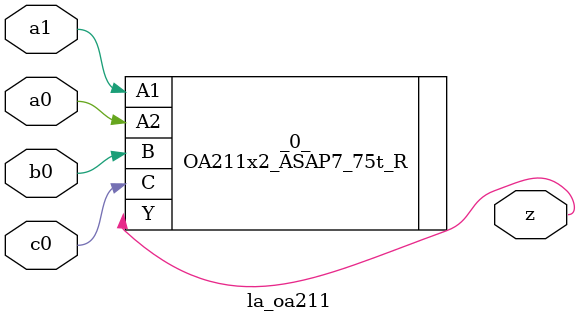
<source format=v>

/* Generated by Yosys 0.44 (git sha1 80ba43d26, g++ 11.4.0-1ubuntu1~22.04 -fPIC -O3) */

(* top =  1  *)
(* src = "inputs/la_oa211.v:10.1-22.10" *)
module la_oa211 (
    a0,
    a1,
    b0,
    c0,
    z
);
  (* src = "inputs/la_oa211.v:13.12-13.14" *)
  input a0;
  wire a0;
  (* src = "inputs/la_oa211.v:14.12-14.14" *)
  input a1;
  wire a1;
  (* src = "inputs/la_oa211.v:15.12-15.14" *)
  input b0;
  wire b0;
  (* src = "inputs/la_oa211.v:16.12-16.14" *)
  input c0;
  wire c0;
  (* src = "inputs/la_oa211.v:17.12-17.13" *)
  output z;
  wire z;
  OA211x2_ASAP7_75t_R _0_ (
      .A1(a1),
      .A2(a0),
      .B (b0),
      .C (c0),
      .Y (z)
  );
endmodule

</source>
